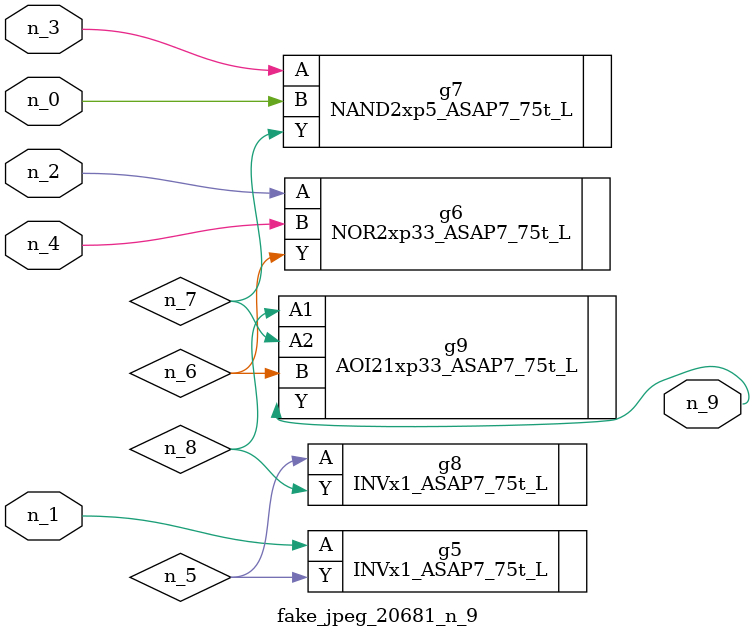
<source format=v>
module fake_jpeg_20681_n_9 (n_3, n_2, n_1, n_0, n_4, n_9);

input n_3;
input n_2;
input n_1;
input n_0;
input n_4;

output n_9;

wire n_8;
wire n_6;
wire n_5;
wire n_7;

INVx1_ASAP7_75t_L g5 ( 
.A(n_1),
.Y(n_5)
);

NOR2xp33_ASAP7_75t_L g6 ( 
.A(n_2),
.B(n_4),
.Y(n_6)
);

NAND2xp5_ASAP7_75t_L g7 ( 
.A(n_3),
.B(n_0),
.Y(n_7)
);

INVx1_ASAP7_75t_L g8 ( 
.A(n_5),
.Y(n_8)
);

AOI21xp33_ASAP7_75t_L g9 ( 
.A1(n_8),
.A2(n_7),
.B(n_6),
.Y(n_9)
);


endmodule
</source>
